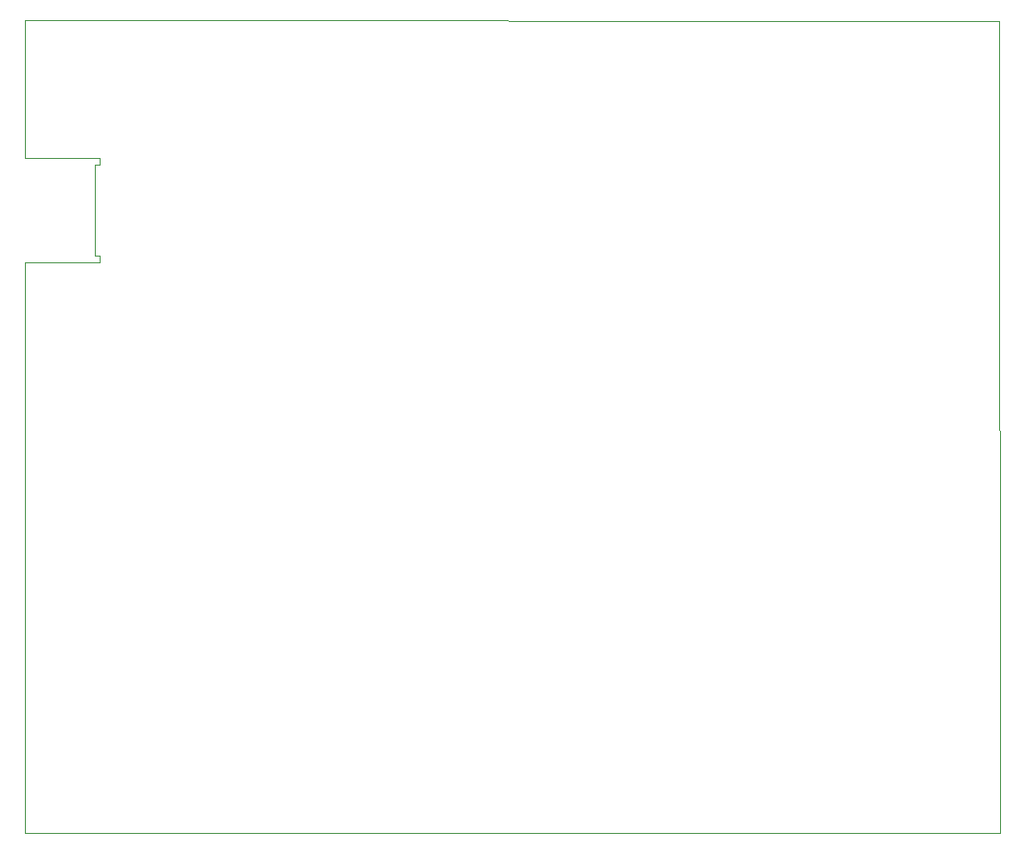
<source format=gbr>
G04 #@! TF.GenerationSoftware,KiCad,Pcbnew,9.0.1+1*
G04 #@! TF.CreationDate,2025-09-08T10:06:10+00:00*
G04 #@! TF.ProjectId,c64psu,63363470-7375-42e6-9b69-6361645f7063,rev?*
G04 #@! TF.SameCoordinates,Original*
G04 #@! TF.FileFunction,Profile,NP*
%FSLAX46Y46*%
G04 Gerber Fmt 4.6, Leading zero omitted, Abs format (unit mm)*
G04 Created by KiCad (PCBNEW 9.0.1+1) date 2025-09-08 10:06:10*
%MOMM*%
%LPD*%
G01*
G04 APERTURE LIST*
G04 #@! TA.AperFunction,Profile*
%ADD10C,0.050000*%
G04 #@! TD*
G04 APERTURE END LIST*
D10*
X219224551Y-37033468D02*
X219250062Y-108900624D01*
X133100087Y-108875624D01*
X133075074Y-58400000D01*
X139675000Y-58400000D01*
X139675000Y-57800000D01*
X139250000Y-57800000D01*
X139250000Y-49750000D01*
X139700000Y-49750000D01*
X139700000Y-49150000D01*
X133075000Y-49150000D01*
X133075000Y-37008468D01*
X219224551Y-37033468D01*
M02*

</source>
